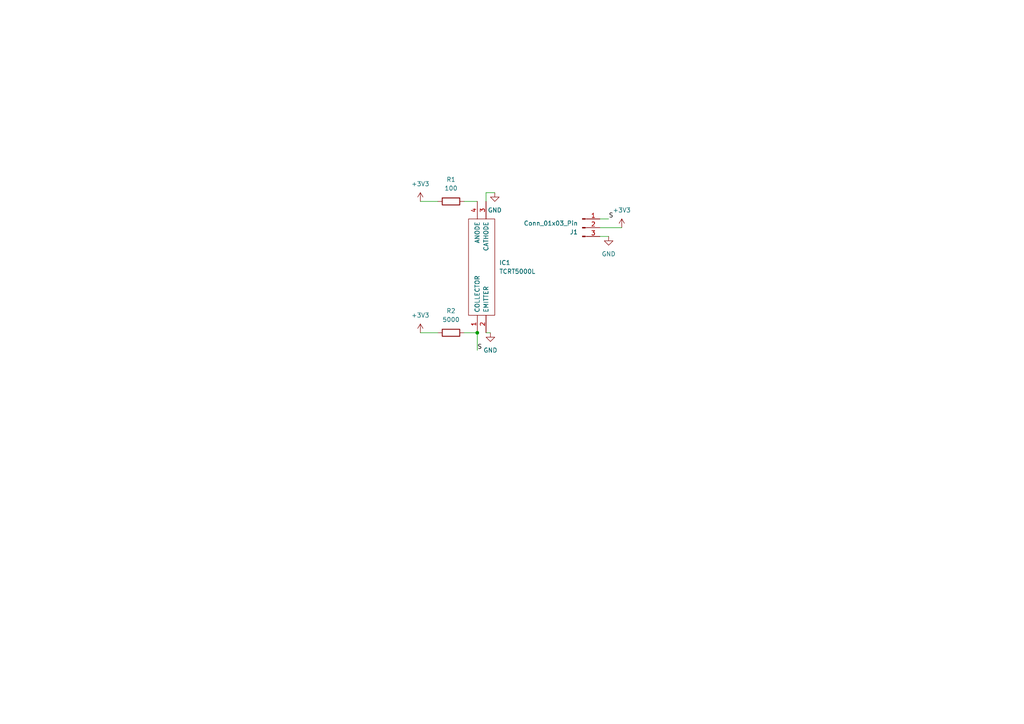
<source format=kicad_sch>
(kicad_sch (version 20230121) (generator eeschema)
  (paper "A4")
  (lib_symbols
    (symbol "Connector:Conn_01x03_Pin" (pin_names (offset 1.016) hide)
      (property "Reference" "J" (at 0 5.08 0))
      (property "Value" "Conn_01x03_Pin" (at 0 -5.08 0))
      (symbol "Conn_01x03_Pin_1_1"
        (polyline (pts (xy 1.27 -2.54) (xy 0.8636 -2.54)) (stroke (width 0.1524)))
        (polyline (pts (xy 1.27 0) (xy 0.8636 0)) (stroke (width 0.1524)))
        (polyline (pts (xy 1.27 2.54) (xy 0.8636 2.54)) (stroke (width 0.1524)))
        (rectangle (start 0.8636 -2.413) (end 0 -2.667) (stroke (width 0.1524)) (fill (type outline)))
        (rectangle (start 0.8636 0.127) (end 0 -0.127) (stroke (width 0.1524)) (fill (type outline)))
        (rectangle (start 0.8636 2.667) (end 0 2.413) (stroke (width 0.1524)) (fill (type outline)))
        (pin passive line (at 5.08 2.54 180) (length 3.81) (name "Pin_1") (number "1"))
        (pin passive line (at 5.08 0 180) (length 3.81) (name "Pin_2") (number "2"))
        (pin passive line (at 5.08 -2.54 180) (length 3.81) (name "Pin_3") (number "3"))
      )
    )
    (symbol "Device:R" (pin_numbers hide) (pin_names (offset 0))
      (property "Reference" "R" (at 2.032 0 90))
      (property "Value" "R" (at 0 0 90))
      (symbol "R_0_1"
        (rectangle (start -1.016 -2.54) (end 1.016 2.54) (stroke (width 0.254)))
      )
      (symbol "R_1_1"
        (pin passive line (at 0 3.81 270) (length 1.27) (name "~") (number "1"))
        (pin passive line (at 0 -3.81 90) (length 1.27) (name "~") (number "2"))
      )
    )
    (symbol "TCRT5000L:TCRT5000L" (pin_names (offset 0.762))
      (property "Reference" "IC" (at 34.29 7.62 0))
      (property "Value" "TCRT5000L" (at 34.29 5.08 0))
      (symbol "TCRT5000L_0_0"
        (pin passive line (at 0 0 0) (length 5.08) (name "COLLECTOR") (number "1"))
        (pin passive line (at 0 -2.54 0) (length 5.08) (name "EMITTER") (number "2"))
        (pin passive line (at 38.1 -2.54 180) (length 5.08) (name "CATHODE") (number "3"))
        (pin passive line (at 38.1 0 180) (length 5.08) (name "ANODE") (number "4"))
      )
      (symbol "TCRT5000L_0_1"
        (polyline (pts (xy 5.08 2.54) (xy 33.02 2.54) (xy 33.02 -5.08) (xy 5.08 -5.08) (xy 5.08 2.54)) (stroke (width 0.1524)))
      )
    )
    (symbol "power:+3V3" (power) (pin_names (offset 0))
      (property "Value" "+3V3" (at 0 3.556 0))
      (symbol "+3V3_0_1"
        (polyline (pts (xy -0.762 1.27) (xy 0 2.54)))
        (polyline (pts (xy 0 0) (xy 0 2.54)))
        (polyline (pts (xy 0 2.54) (xy 0.762 1.27)))
      )
      (symbol "+3V3_1_1"
        (pin power_in line (at 0 0 90) (length 0) hide (name "+3V3") (number "1"))
      )
    )
    (symbol "power:GND" (power) (pin_names (offset 0))
      (property "Value" "GND" (at 0 -3.81 0))
      (symbol "GND_0_1"
        (polyline (pts (xy 0 0) (xy 0 -1.27) (xy 1.27 -1.27) (xy 0 -2.54) (xy -1.27 -1.27) (xy 0 -1.27)))
      )
      (symbol "GND_1_1"
        (pin power_in line (at 0 0 270) (length 0) hide (name "GND") (number "1"))
      )
    )
  )
  (junction (at 138.43 96.52))
  (wire (pts (xy 121.92 58.42) (xy 127 58.42)))
  (wire (pts (xy 176.53 68.58) (xy 173.99 68.58)))
  (wire (pts (xy 140.97 96.52) (xy 142.24 96.52)))
  (wire (pts (xy 140.97 58.42) (xy 140.97 55.88)))
  (wire (pts (xy 134.62 96.52) (xy 138.43 96.52)))
  (wire (pts (xy 176.53 63.5) (xy 173.99 63.5)))
  (wire (pts (xy 140.97 55.88) (xy 143.51 55.88)))
  (wire (pts (xy 134.62 58.42) (xy 138.43 58.42)))
  (wire (pts (xy 138.43 96.52) (xy 138.43 101.6)))
  (wire (pts (xy 180.34 66.04) (xy 173.99 66.04)))
  (wire (pts (xy 121.92 96.52) (xy 127 96.52)))
  (label "S" (at 138.43 101.6 0))
  (label "S" (at 176.53 63.5 0))
  (symbol (lib_id "power:GND") (at 143.51 55.88 0) (unit 1)
    (property "Reference" "#PWR06" (effects hide))
    (property "Value" "GND" (at 143.51 60.96 0))
  )
  (symbol (lib_id "power:+3V3") (at 121.92 96.52 0) (unit 1)
    (property "Reference" "#PWR02" (effects hide))
    (property "Value" "+3V3" (at 121.92 91.44 0))
  )
  (symbol (lib_id "power:+3V3") (at 121.92 58.42 0) (unit 1)
    (property "Reference" "#PWR01" (effects hide))
    (property "Value" "+3V3" (at 121.92 53.34 0))
  )
  (symbol (lib_id "Connector:Conn_01x03_Pin") (at 168.91 66.04 0) (unit 1)
    (property "Reference" "J1" (at 167.64 67.31 0) (effects (justify right)))
    (property "Value" "Conn_01x03_Pin" (at 167.64 64.77 0) (effects (justify right)))
    (property "Footprint" "Connector_PinHeader_2.54mm:PinHeader_1x03_P2.54mm_Vertical" (effects hide))
  )
  (symbol (lib_id "Device:R") (at 130.81 96.52 90) (unit 1)
    (property "Reference" "R2" (at 130.81 90.17 90))
    (property "Value" "5000" (at 130.81 92.71 90))
    (property "Footprint" "Resistor_SMD:R_0805_2012Metric" (effects hide))
  )
  (symbol (lib_id "TCRT5000L:TCRT5000L") (at 138.43 96.52 90) (unit 1)
    (property "Reference" "IC1" (at 144.78 76.1999 90) (effects (justify right)))
    (property "Value" "TCRT5000L" (at 144.78 78.7399 90) (effects (justify right)))
    (property "Footprint" "TCRT5000L" (effects hide))
    (property "Datasheet" "https://datasheet.datasheetarchive.com/originals/distributors/Datasheets-310/86882.pdf" (effects hide))
    (property "Description" "Photointerrupter Reflective Phototransi Vishay TCRT5000L PCB Through Hole Reflective Optical Sensor, Transistor Output 2, Leaded Package" (effects hide))
    (property "Manufacturer_Name" "Vishay" (effects hide))
    (property "Manufacturer_Part_Number" "TCRT5000L" (effects hide))
    (property "Mouser Part Number" "782-TCRT5000L" (effects hide))
    (property "Mouser Price/Stock" "https://www.mouser.co.uk/ProductDetail/Vishay-Semiconductors/TCRT5000L?qs=%2Fjqivxn91cdBAizhsWilRQ%3D%3D" (effects hide))
    (property "Arrow Part Number" "TCRT5000L" (effects hide))
    (property "Arrow Price/Stock" "https://www.arrow.com/en/products/tcrt5000l/vishay?region=nac" (effects hide))
  )
  (symbol (lib_id "power:+3V3") (at 180.34 66.04 0) (unit 1)
    (property "Reference" "#PWR03" (effects hide))
    (property "Value" "+3V3" (at 180.34 60.96 0))
  )
  (symbol (lib_id "power:GND") (at 176.53 68.58 0) (unit 1)
    (property "Reference" "#PWR04" (effects hide))
    (property "Value" "GND" (at 176.53 73.66 0))
  )
  (symbol (lib_id "Device:R") (at 130.81 58.42 90) (unit 1)
    (property "Reference" "R1" (at 130.81 52.07 90))
    (property "Value" "100" (at 130.81 54.61 90))
    (property "Footprint" "Resistor_SMD:R_0805_2012Metric" (effects hide))
  )
  (symbol (lib_id "power:GND") (at 142.24 96.52 0) (unit 1)
    (property "Reference" "#PWR05" (effects hide))
    (property "Value" "GND" (at 142.24 101.6 0))
  )
)
</source>
